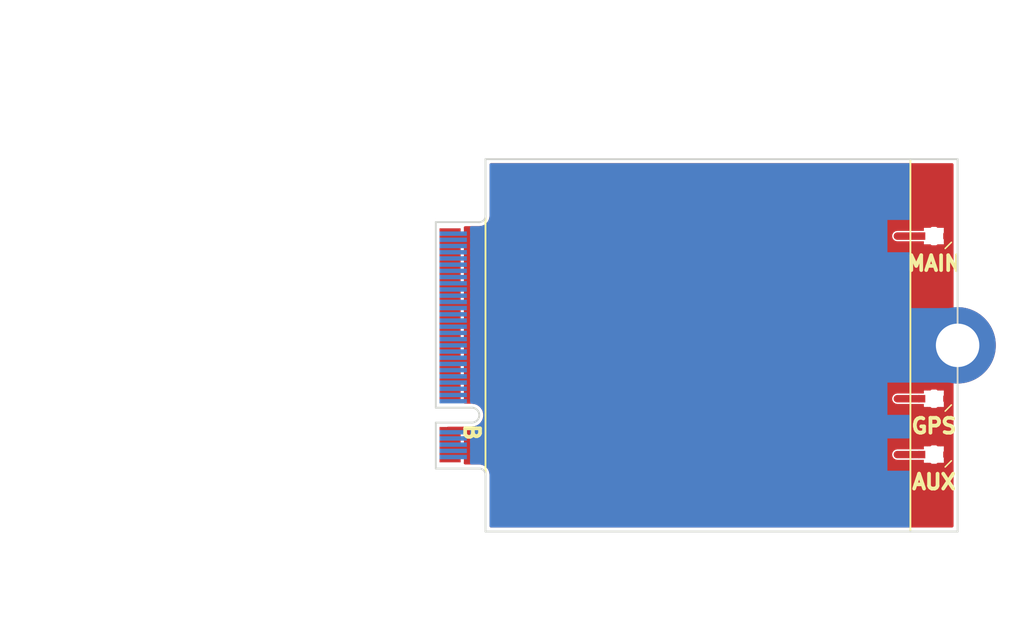
<source format=kicad_pcb>
(kicad_pcb (version 4) (host pcbnew 4.0.7)

  (general
    (links 72)
    (no_connects 4)
    (area 84.07143 67.25 166.375 117.625)
    (thickness 1.6)
    (drawings 24)
    (tracks 39)
    (zones 0)
    (modules 5)
    (nets 57)
  )

  (page A4)
  (title_block
    (title "M.2 SIMCom 7100")
    (date 2018-03-15)
    (rev 0.5.0)
    (company "Purism SPC")
    (comment 1 "Copyright 2018")
    (comment 2 "GNU GPLv3")
  )

  (layers
    (0 F.Cu signal)
    (31 B.Cu signal)
    (32 B.Adhes user)
    (33 F.Adhes user)
    (34 B.Paste user)
    (35 F.Paste user)
    (36 B.SilkS user)
    (37 F.SilkS user)
    (38 B.Mask user)
    (39 F.Mask user)
    (40 Dwgs.User user)
    (41 Cmts.User user)
    (42 Eco1.User user)
    (43 Eco2.User user)
    (44 Edge.Cuts user)
    (45 Margin user)
    (46 B.CrtYd user)
    (47 F.CrtYd user)
    (48 B.Fab user)
    (49 F.Fab user)
  )

  (setup
    (last_trace_width 0.25)
    (user_trace_width 0.1524)
    (user_trace_width 0.6)
    (trace_clearance 0.15)
    (zone_clearance 0.25)
    (zone_45_only yes)
    (trace_min 0.1524)
    (segment_width 0.2)
    (edge_width 0.15)
    (via_size 0.6)
    (via_drill 0.4)
    (via_min_size 0.508)
    (via_min_drill 0.254)
    (user_via 0.508 0.254)
    (uvia_size 0.3)
    (uvia_drill 0.1)
    (uvias_allowed no)
    (uvia_min_size 0.2)
    (uvia_min_drill 0.1)
    (pcb_text_width 0.3)
    (pcb_text_size 1.5 1.5)
    (mod_edge_width 0.15)
    (mod_text_size 1 1)
    (mod_text_width 0.15)
    (pad_size 0.6 0.55)
    (pad_drill 0)
    (pad_to_mask_clearance 0.2)
    (aux_axis_origin 0 0)
    (visible_elements FFFEFF7F)
    (pcbplotparams
      (layerselection 0x010fc_80000001)
      (usegerberextensions true)
      (excludeedgelayer true)
      (linewidth 0.100000)
      (plotframeref false)
      (viasonmask false)
      (mode 1)
      (useauxorigin false)
      (hpglpennumber 1)
      (hpglpenspeed 20)
      (hpglpendiameter 15)
      (hpglpenoverlay 2)
      (psnegative false)
      (psa4output false)
      (plotreference true)
      (plotvalue true)
      (plotinvisibletext false)
      (padsonsilk false)
      (subtractmaskfromsilk false)
      (outputformat 1)
      (mirror false)
      (drillshape 0)
      (scaleselection 1)
      (outputdirectory gerbers/))
  )

  (net 0 "")
  (net 1 /CONFIG_3)
  (net 2 GND)
  (net 3 /USB_D+)
  (net 4 /USB_D-)
  (net 5 /CONFIG_0)
  (net 6 /GPIO_11)
  (net 7 /GPIO_12)
  (net 8 /PERn1/USB3.0-Rx-/SSIC-RxN)
  (net 9 /PERp1/USB3.0-Rx+/SSIC-RxP)
  (net 10 /PETn1/USB3.0-Tx-/SSIC-TxN)
  (net 11 /PETp1/USB3.0-Tx+/SSIC-TxP)
  (net 12 /PERn0/SATA-B+)
  (net 13 /PERp0/SATA-B-)
  (net 14 /PETn0/SATA-A-)
  (net 15 /PETp0/SATA-A+)
  (net 16 /REFCLKN)
  (net 17 /REFCLKP)
  (net 18 /ANTCTL0)
  (net 19 /ANTCTL1)
  (net 20 /ANTCTL2)
  (net 21 /ANTCTL3)
  (net 22 /~Reset)
  (net 23 /CONFIG_1)
  (net 24 /CONFIG_2)
  (net 25 +3V3)
  (net 26 /~Full_Card_Power_Off)
  (net 27 /~W_DISABLE1)
  (net 28 /GPIO_9/DAS/~DSS)
  (net 29 /GPIO_5)
  (net 30 /GPIO_6)
  (net 31 /GPIO_7)
  (net 32 /GPIO_10)
  (net 33 /GPIO_8)
  (net 34 /UIM-RESET)
  (net 35 /UIM-CLK)
  (net 36 /UIM-DATA)
  (net 37 /UIM-PWR)
  (net 38 /DEVSLP)
  (net 39 /GPIO_0)
  (net 40 /GPIO_1)
  (net 41 /GPIO_2)
  (net 42 /GPIO_3)
  (net 43 /GPIO_4)
  (net 44 /~PERST)
  (net 45 /~CLKREQ)
  (net 46 /~PEWake)
  (net 47 "Net-(J1-Pad56)")
  (net 48 "Net-(J1-Pad58)")
  (net 49 /COEX3)
  (net 50 /COEX2)
  (net 51 /COEX1)
  (net 52 /SIM_Detect)
  (net 53 /SUSCLK)
  (net 54 /AUX)
  (net 55 /GPS)
  (net 56 /MAIN)

  (net_class Default "This is the default net class."
    (clearance 0.15)
    (trace_width 0.25)
    (via_dia 0.6)
    (via_drill 0.4)
    (uvia_dia 0.3)
    (uvia_drill 0.1)
    (add_net +3V3)
    (add_net /ANTCTL0)
    (add_net /ANTCTL1)
    (add_net /ANTCTL2)
    (add_net /ANTCTL3)
    (add_net /COEX1)
    (add_net /COEX2)
    (add_net /COEX3)
    (add_net /CONFIG_0)
    (add_net /CONFIG_1)
    (add_net /CONFIG_2)
    (add_net /CONFIG_3)
    (add_net /DEVSLP)
    (add_net /GPIO_0)
    (add_net /GPIO_1)
    (add_net /GPIO_10)
    (add_net /GPIO_11)
    (add_net /GPIO_12)
    (add_net /GPIO_2)
    (add_net /GPIO_3)
    (add_net /GPIO_4)
    (add_net /GPIO_5)
    (add_net /GPIO_6)
    (add_net /GPIO_7)
    (add_net /GPIO_8)
    (add_net /GPIO_9/DAS/~DSS)
    (add_net /PERn0/SATA-B+)
    (add_net /PERn1/USB3.0-Rx-/SSIC-RxN)
    (add_net /PERp0/SATA-B-)
    (add_net /PERp1/USB3.0-Rx+/SSIC-RxP)
    (add_net /PETn0/SATA-A-)
    (add_net /PETn1/USB3.0-Tx-/SSIC-TxN)
    (add_net /PETp0/SATA-A+)
    (add_net /PETp1/USB3.0-Tx+/SSIC-TxP)
    (add_net /REFCLKN)
    (add_net /REFCLKP)
    (add_net /SIM_Detect)
    (add_net /SUSCLK)
    (add_net /UIM-CLK)
    (add_net /UIM-DATA)
    (add_net /UIM-PWR)
    (add_net /UIM-RESET)
    (add_net /USB_D+)
    (add_net /USB_D-)
    (add_net /~CLKREQ)
    (add_net /~Full_Card_Power_Off)
    (add_net /~PERST)
    (add_net /~PEWake)
    (add_net /~Reset)
    (add_net /~W_DISABLE1)
    (add_net GND)
    (add_net "Net-(J1-Pad56)")
    (add_net "Net-(J1-Pad58)")
  )

  (net_class Antennae ""
    (clearance 0.12)
    (trace_width 0.25)
    (via_dia 0.6)
    (via_drill 0.4)
    (uvia_dia 0.3)
    (uvia_drill 0.1)
    (add_net /AUX)
    (add_net /GPS)
    (add_net /MAIN)
  )

  (module m2_key_b_3042:M.2_Key_B_Gold_Fingers (layer F.Cu) (tedit 5AA962DE) (tstamp 5AA74EB9)
    (at 120 95 270)
    (path /5AA6E568)
    (solder_mask_margin 0.075)
    (fp_text reference J1 (at 0 -2.25 270) (layer F.SilkS) hide
      (effects (font (size 1 1) (thickness 0.15)))
    )
    (fp_text value M.2_Key_B (at 0 -4.5 270) (layer F.Fab)
      (effects (font (size 1 1) (thickness 0.15)))
    )
    (fp_text user "therefore: 1.7mm height top, 2.2mm height bot" (at 0 -6.5 270) (layer Eco1.User) hide
      (effects (font (size 1 1) (thickness 0.15)))
    )
    (fp_text user "Figure 15 - edge of PCB to close edge of pad 0.3 mm top & bot" (at 0 -8.5 270) (layer Eco1.User) hide
      (effects (font (size 1 1) (thickness 0.15)))
    )
    (fp_text user "          - agrees with figures 16 and 17" (at -9.25 -10.5 270) (layer Eco1.User) hide
      (effects (font (size 1 1) (thickness 0.15)))
    )
    (fp_text user "Figure 97 - edge of PCB to far edge of pad 2.0mm top 2.5mm bot" (at 0 -12 270) (layer Eco1.User) hide
      (effects (font (size 1 1) (thickness 0.15)))
    )
    (fp_text user "spacing: 0.15mm" (at 0 -15 270) (layer Eco1.User) hide
      (effects (font (size 1 1) (thickness 0.15)))
    )
    (fp_text user "pitch: 0.5mm" (at 0 -17 270) (layer Eco1.User) hide
      (effects (font (size 1 1) (thickness 0.15)))
    )
    (fp_text user "height: 1.7mm top (odd), 2.2mm height bot (even)" (at 0 -19 270) (layer Eco1.User) hide
      (effects (font (size 1 1) (thickness 0.15)))
    )
    (fp_text user "width: 0.35mm" (at 0 -21 270) (layer Eco1.User) hide
      (effects (font (size 1 1) (thickness 0.15)))
    )
    (fp_text user "Dimensions of pins:" (at 0 -23 270) (layer Eco1.User) hide
      (effects (font (size 1 1) (thickness 0.15)))
    )
    (fp_text user "Since the pin height isn't explicity given anywhere, it needed to be ascertained" (at 0 -25 270) (layer Eco1.User) hide
      (effects (font (size 1 1) (thickness 0.15)))
    )
    (pad 1 smd rect (at 9.25 0 180) (size 1.7 0.35) (layers F.Cu F.Mask)
      (net 1 /CONFIG_3))
    (pad 3 smd rect (at 8.75 0 180) (size 1.7 0.35) (layers F.Cu F.Mask)
      (net 2 GND))
    (pad 5 smd rect (at 8.25 0 180) (size 1.7 0.35) (layers F.Cu F.Mask)
      (net 2 GND))
    (pad 7 smd rect (at 7.75 0 180) (size 1.7 0.35) (layers F.Cu F.Mask)
      (net 3 /USB_D+))
    (pad 9 smd rect (at 7.25 0 180) (size 1.7 0.35) (layers F.Cu F.Mask)
      (net 4 /USB_D-))
    (pad 11 smd rect (at 6.75 0 180) (size 1.7 0.35) (layers F.Cu F.Mask)
      (net 2 GND))
    (pad 21 smd rect (at 4.25 0 180) (size 1.7 0.35) (layers F.Cu F.Mask)
      (net 5 /CONFIG_0))
    (pad 23 smd rect (at 3.75 0 180) (size 1.7 0.35) (layers F.Cu F.Mask)
      (net 6 /GPIO_11))
    (pad 25 smd rect (at 3.25 0 180) (size 1.7 0.35) (layers F.Cu F.Mask)
      (net 7 /GPIO_12))
    (pad 27 smd rect (at 2.75 0 180) (size 1.7 0.35) (layers F.Cu F.Mask)
      (net 2 GND))
    (pad 29 smd rect (at 2.25 0 180) (size 1.7 0.35) (layers F.Cu F.Mask)
      (net 8 /PERn1/USB3.0-Rx-/SSIC-RxN))
    (pad 31 smd rect (at 1.75 0 180) (size 1.7 0.35) (layers F.Cu F.Mask)
      (net 9 /PERp1/USB3.0-Rx+/SSIC-RxP))
    (pad 33 smd rect (at 1.25 0 180) (size 1.7 0.35) (layers F.Cu F.Mask)
      (net 2 GND))
    (pad 35 smd rect (at 0.75 0 180) (size 1.7 0.35) (layers F.Cu F.Mask)
      (net 10 /PETn1/USB3.0-Tx-/SSIC-TxN))
    (pad 37 smd rect (at 0.25 0 180) (size 1.7 0.35) (layers F.Cu F.Mask)
      (net 11 /PETp1/USB3.0-Tx+/SSIC-TxP))
    (pad 39 smd rect (at -0.25 0 180) (size 1.7 0.35) (layers F.Cu F.Mask)
      (net 2 GND))
    (pad 41 smd rect (at -0.75 0 180) (size 1.7 0.35) (layers F.Cu F.Mask)
      (net 12 /PERn0/SATA-B+))
    (pad 43 smd rect (at -1.25 0 180) (size 1.7 0.35) (layers F.Cu F.Mask)
      (net 13 /PERp0/SATA-B-))
    (pad 45 smd rect (at -1.75 0 180) (size 1.7 0.35) (layers F.Cu F.Mask)
      (net 2 GND))
    (pad 47 smd rect (at -2.25 0 180) (size 1.7 0.35) (layers F.Cu F.Mask)
      (net 14 /PETn0/SATA-A-))
    (pad 49 smd rect (at -2.75 0 180) (size 1.7 0.35) (layers F.Cu F.Mask)
      (net 15 /PETp0/SATA-A+))
    (pad 51 smd rect (at -3.25 0 180) (size 1.7 0.35) (layers F.Cu F.Mask)
      (net 2 GND))
    (pad 53 smd rect (at -3.75 0 180) (size 1.7 0.35) (layers F.Cu F.Mask)
      (net 16 /REFCLKN))
    (pad 55 smd rect (at -4.25 0 180) (size 1.7 0.35) (layers F.Cu F.Mask)
      (net 17 /REFCLKP))
    (pad 57 smd rect (at -4.75 0 180) (size 1.7 0.35) (layers F.Cu F.Mask)
      (net 2 GND))
    (pad 59 smd rect (at -5.25 0 180) (size 1.7 0.35) (layers F.Cu F.Mask)
      (net 18 /ANTCTL0))
    (pad 61 smd rect (at -5.75 0 180) (size 1.7 0.35) (layers F.Cu F.Mask)
      (net 19 /ANTCTL1))
    (pad 63 smd rect (at -6.25 0 180) (size 1.7 0.35) (layers F.Cu F.Mask)
      (net 20 /ANTCTL2))
    (pad 65 smd rect (at -6.75 0 180) (size 1.7 0.35) (layers F.Cu F.Mask)
      (net 21 /ANTCTL3))
    (pad 67 smd rect (at -7.25 0 180) (size 1.7 0.35) (layers F.Cu F.Mask)
      (net 22 /~Reset))
    (pad 69 smd rect (at -7.75 0 180) (size 1.7 0.35) (layers F.Cu F.Mask)
      (net 23 /CONFIG_1))
    (pad 71 smd rect (at -8.25 0 180) (size 1.7 0.35) (layers F.Cu F.Mask)
      (net 2 GND))
    (pad 73 smd rect (at -8.75 0 180) (size 1.7 0.35) (layers F.Cu F.Mask)
      (net 2 GND))
    (pad 75 smd rect (at -9.25 0 180) (size 1.7 0.35) (layers F.Cu F.Mask)
      (net 24 /CONFIG_2))
    (pad 2 smd rect (at 9 -0.25 180) (size 2.2 0.35) (layers B.Cu B.Mask)
      (net 25 +3V3))
    (pad 4 smd rect (at 8.5 -0.25 180) (size 2.2 0.35) (layers B.Cu B.Mask)
      (net 25 +3V3))
    (pad 6 smd rect (at 8 -0.25 180) (size 2.2 0.35) (layers B.Cu B.Mask)
      (net 26 /~Full_Card_Power_Off))
    (pad 8 smd rect (at 7.5 -0.25 180) (size 2.2 0.35) (layers B.Cu B.Mask)
      (net 27 /~W_DISABLE1))
    (pad 10 smd rect (at 7 -0.25 180) (size 2.2 0.35) (layers B.Cu B.Mask)
      (net 28 /GPIO_9/DAS/~DSS))
    (pad 20 smd rect (at 4.5 -0.25 180) (size 2.2 0.35) (layers B.Cu B.Mask)
      (net 29 /GPIO_5))
    (pad 22 smd rect (at 4 -0.25 180) (size 2.2 0.35) (layers B.Cu B.Mask)
      (net 30 /GPIO_6))
    (pad 24 smd rect (at 3.5 -0.25 180) (size 2.2 0.35) (layers B.Cu B.Mask)
      (net 31 /GPIO_7))
    (pad 26 smd rect (at 3 -0.25 180) (size 2.2 0.35) (layers B.Cu B.Mask)
      (net 32 /GPIO_10))
    (pad 28 smd rect (at 2.5 -0.25 180) (size 2.2 0.35) (layers B.Cu B.Mask)
      (net 33 /GPIO_8))
    (pad 30 smd rect (at 2 -0.25 180) (size 2.2 0.35) (layers B.Cu B.Mask)
      (net 34 /UIM-RESET))
    (pad 32 smd rect (at 1.5 -0.25 180) (size 2.2 0.35) (layers B.Cu B.Mask)
      (net 35 /UIM-CLK))
    (pad 34 smd rect (at 1 -0.25 180) (size 2.2 0.35) (layers B.Cu B.Mask)
      (net 36 /UIM-DATA))
    (pad 36 smd rect (at 0.5 -0.25 180) (size 2.2 0.35) (layers B.Cu B.Mask)
      (net 37 /UIM-PWR))
    (pad 38 smd rect (at 0 -0.25 180) (size 2.2 0.35) (layers B.Cu B.Mask)
      (net 38 /DEVSLP))
    (pad 40 smd rect (at -0.5 -0.25 180) (size 2.2 0.35) (layers B.Cu B.Mask)
      (net 39 /GPIO_0))
    (pad 42 smd rect (at -1 -0.25 180) (size 2.2 0.35) (layers B.Cu B.Mask)
      (net 40 /GPIO_1))
    (pad 44 smd rect (at -1.5 -0.25 180) (size 2.2 0.35) (layers B.Cu B.Mask)
      (net 41 /GPIO_2))
    (pad 46 smd rect (at -2 -0.25 180) (size 2.2 0.35) (layers B.Cu B.Mask)
      (net 42 /GPIO_3))
    (pad 48 smd rect (at -2.5 -0.25 180) (size 2.2 0.35) (layers B.Cu B.Mask)
      (net 43 /GPIO_4))
    (pad 50 smd rect (at -3 -0.25 180) (size 2.2 0.35) (layers B.Cu B.Mask)
      (net 44 /~PERST))
    (pad 52 smd rect (at -3.5 -0.25 180) (size 2.2 0.35) (layers B.Cu B.Mask)
      (net 45 /~CLKREQ))
    (pad 54 smd rect (at -4 -0.25 180) (size 2.2 0.35) (layers B.Cu B.Mask)
      (net 46 /~PEWake))
    (pad 56 smd rect (at -4.5 -0.25 180) (size 2.2 0.35) (layers B.Cu B.Mask)
      (net 47 "Net-(J1-Pad56)"))
    (pad 58 smd rect (at -5 -0.25 180) (size 2.2 0.35) (layers B.Cu B.Mask)
      (net 48 "Net-(J1-Pad58)"))
    (pad 60 smd rect (at -5.5 -0.25 180) (size 2.2 0.35) (layers B.Cu B.Mask)
      (net 49 /COEX3))
    (pad 62 smd rect (at -6 -0.25 180) (size 2.2 0.35) (layers B.Cu B.Mask)
      (net 50 /COEX2))
    (pad 64 smd rect (at -6.5 -0.25 180) (size 2.2 0.35) (layers B.Cu B.Mask)
      (net 51 /COEX1))
    (pad 66 smd rect (at -7 -0.25 180) (size 2.2 0.35) (layers B.Cu B.Mask)
      (net 52 /SIM_Detect))
    (pad 68 smd rect (at -7.5 -0.25 180) (size 2.2 0.35) (layers B.Cu B.Mask)
      (net 53 /SUSCLK))
    (pad 70 smd rect (at -8 -0.25 180) (size 2.2 0.35) (layers B.Cu B.Mask)
      (net 25 +3V3))
    (pad 72 smd rect (at -8.5 -0.25 180) (size 2.2 0.35) (layers B.Cu B.Mask)
      (net 25 +3V3))
    (pad 74 smd rect (at -9 -0.25 180) (size 2.2 0.35) (layers B.Cu B.Mask)
      (net 25 +3V3))
  )

  (module m2_key_b_3042:MHF4_20449-001E (layer F.Cu) (tedit 5AABE104) (tstamp 5AA9DF18)
    (at 158.95 99.3 270)
    (path /5AA9D4DD)
    (solder_mask_margin 0.000001)
    (attr smd)
    (fp_text reference ANT2 (at 0 5 270) (layer F.SilkS) hide
      (effects (font (size 1 1) (thickness 0.15)))
    )
    (fp_text value Conn_Coaxial (at 0 -5 270) (layer F.Fab)
      (effects (font (size 1 1) (thickness 0.15)))
    )
    (fp_line (start 1 -0.9) (end 0.5 -1.4) (layer F.SilkS) (width 0.12))
    (pad 2 smd rect (at -1 0 270) (size 0.5 1.58) (layers F.Cu F.Paste F.Mask)
      (net 2 GND) (zone_connect 2))
    (pad 2 smd rect (at 1 0 270) (size 0.5 1.58) (layers F.Cu F.Paste F.Mask)
      (net 2 GND) (zone_connect 2))
    (pad 2 smd rect (at 0 -1 270) (size 0.5 0.5) (layers F.Cu F.Paste F.Mask)
      (net 2 GND) (zone_connect 2))
    (pad 1 smd rect (at 0 0.975 270) (size 0.6 0.55) (layers F.Cu F.Paste F.Mask)
      (net 55 /GPS) (solder_mask_margin 0.095) (clearance 0.11))
    (pad 2 smd trapezoid (at -0.71 -0.53 270) (size 0.08 0.52) (layers F.Cu F.Paste F.Mask)
      (net 2 GND) (zone_connect 2))
    (pad 2 smd trapezoid (at -0.73 -0.25 315) (size 0.056569 0.056569) (rect_delta 0 0.056568 ) (layers F.Cu F.Paste F.Mask)
      (net 2 GND) (zone_connect 2))
    (pad 2 smd trapezoid (at -0.73 0.25 45) (size 0.056569 0.056569) (rect_delta 0 0.056568 ) (layers F.Cu F.Paste F.Mask)
      (net 2 GND) (zone_connect 2))
    (pad 2 smd trapezoid (at -0.71 0.53 270) (size 0.08 0.52) (layers F.Cu F.Paste F.Mask)
      (net 2 GND) (zone_connect 2))
    (pad 2 smd trapezoid (at 0.71 -0.53 270) (size 0.08 0.52) (layers F.Cu F.Paste F.Mask)
      (net 2 GND) (zone_connect 2))
    (pad 2 smd trapezoid (at 0.73 0.25 135) (size 0.056569 0.056569) (rect_delta 0 0.056568 ) (layers F.Cu F.Paste F.Mask)
      (net 2 GND) (zone_connect 2))
    (pad 2 smd trapezoid (at 0.73 -0.25 225) (size 0.056569 0.056569) (rect_delta 0 0.056568 ) (layers F.Cu F.Paste F.Mask)
      (net 2 GND) (zone_connect 2))
    (pad 2 smd trapezoid (at 0.71 0.53 270) (size 0.08 0.52) (layers F.Cu F.Paste F.Mask)
      (net 2 GND) (zone_connect 2))
    (pad 2 smd trapezoid (at -0.73 -0.39 270) (size 0.06 0.3) (layers F.Cu F.Paste F.Mask)
      (net 2 GND) (zone_connect 2))
    (pad 2 smd trapezoid (at -0.73 0.39 270) (size 0.06 0.3) (layers F.Cu F.Paste F.Mask)
      (net 2 GND) (zone_connect 2))
    (pad 2 smd trapezoid (at -0.96 0.53) (size 0.06 0.58) (layers F.Cu F.Paste F.Mask)
      (net 2 GND) (zone_connect 2))
    (pad 2 smd trapezoid (at 0.96 -0.53) (size 0.06 0.58) (layers F.Cu F.Paste F.Mask)
      (net 2 GND) (zone_connect 2))
    (pad 2 smd trapezoid (at -0.96 -0.53) (size 0.06 0.58) (layers F.Cu F.Paste F.Mask)
      (net 2 GND) (zone_connect 2))
    (pad 2 smd trapezoid (at 0.96 0.53) (size 0.06 0.58) (layers F.Cu F.Paste F.Mask)
      (net 2 GND) (zone_connect 2))
    (pad 2 smd trapezoid (at 0.73 -0.39 270) (size 0.06 0.3) (layers F.Cu F.Paste F.Mask)
      (net 2 GND) (zone_connect 2))
    (pad 2 smd trapezoid (at 0.73 0.39 270) (size 0.06 0.3) (layers F.Cu F.Paste F.Mask)
      (net 2 GND) (zone_connect 2))
  )

  (module m2_key_b_3042:MHF4_20449-001E (layer F.Cu) (tedit 5AABE104) (tstamp 5AA9DF08)
    (at 158.95 103.8 270)
    (path /5AA9D3C4)
    (solder_mask_margin 0.000001)
    (attr smd)
    (fp_text reference ANT1 (at 0 5 270) (layer F.SilkS) hide
      (effects (font (size 1 1) (thickness 0.15)))
    )
    (fp_text value Conn_Coaxial (at 0 -5 270) (layer F.Fab)
      (effects (font (size 1 1) (thickness 0.15)))
    )
    (fp_line (start 1 -0.9) (end 0.5 -1.4) (layer F.SilkS) (width 0.12))
    (pad 2 smd rect (at -1 0 270) (size 0.5 1.58) (layers F.Cu F.Paste F.Mask)
      (net 2 GND) (zone_connect 2))
    (pad 2 smd rect (at 1 0 270) (size 0.5 1.58) (layers F.Cu F.Paste F.Mask)
      (net 2 GND) (zone_connect 2))
    (pad 2 smd rect (at 0 -1 270) (size 0.5 0.5) (layers F.Cu F.Paste F.Mask)
      (net 2 GND) (zone_connect 2))
    (pad 1 smd rect (at 0 0.975 270) (size 0.6 0.55) (layers F.Cu F.Paste F.Mask)
      (net 54 /AUX) (solder_mask_margin 0.095) (clearance 0.11))
    (pad 2 smd trapezoid (at -0.71 -0.53 270) (size 0.08 0.52) (layers F.Cu F.Paste F.Mask)
      (net 2 GND) (zone_connect 2))
    (pad 2 smd trapezoid (at -0.73 -0.25 315) (size 0.056569 0.056569) (rect_delta 0 0.056568 ) (layers F.Cu F.Paste F.Mask)
      (net 2 GND) (zone_connect 2))
    (pad 2 smd trapezoid (at -0.73 0.25 45) (size 0.056569 0.056569) (rect_delta 0 0.056568 ) (layers F.Cu F.Paste F.Mask)
      (net 2 GND) (zone_connect 2))
    (pad 2 smd trapezoid (at -0.71 0.53 270) (size 0.08 0.52) (layers F.Cu F.Paste F.Mask)
      (net 2 GND) (zone_connect 2))
    (pad 2 smd trapezoid (at 0.71 -0.53 270) (size 0.08 0.52) (layers F.Cu F.Paste F.Mask)
      (net 2 GND) (zone_connect 2))
    (pad 2 smd trapezoid (at 0.73 0.25 135) (size 0.056569 0.056569) (rect_delta 0 0.056568 ) (layers F.Cu F.Paste F.Mask)
      (net 2 GND) (zone_connect 2))
    (pad 2 smd trapezoid (at 0.73 -0.25 225) (size 0.056569 0.056569) (rect_delta 0 0.056568 ) (layers F.Cu F.Paste F.Mask)
      (net 2 GND) (zone_connect 2))
    (pad 2 smd trapezoid (at 0.71 0.53 270) (size 0.08 0.52) (layers F.Cu F.Paste F.Mask)
      (net 2 GND) (zone_connect 2))
    (pad 2 smd trapezoid (at -0.73 -0.39 270) (size 0.06 0.3) (layers F.Cu F.Paste F.Mask)
      (net 2 GND) (zone_connect 2))
    (pad 2 smd trapezoid (at -0.73 0.39 270) (size 0.06 0.3) (layers F.Cu F.Paste F.Mask)
      (net 2 GND) (zone_connect 2))
    (pad 2 smd trapezoid (at -0.96 0.53) (size 0.06 0.58) (layers F.Cu F.Paste F.Mask)
      (net 2 GND) (zone_connect 2))
    (pad 2 smd trapezoid (at 0.96 -0.53) (size 0.06 0.58) (layers F.Cu F.Paste F.Mask)
      (net 2 GND) (zone_connect 2))
    (pad 2 smd trapezoid (at -0.96 -0.53) (size 0.06 0.58) (layers F.Cu F.Paste F.Mask)
      (net 2 GND) (zone_connect 2))
    (pad 2 smd trapezoid (at 0.96 0.53) (size 0.06 0.58) (layers F.Cu F.Paste F.Mask)
      (net 2 GND) (zone_connect 2))
    (pad 2 smd trapezoid (at 0.73 -0.39 270) (size 0.06 0.3) (layers F.Cu F.Paste F.Mask)
      (net 2 GND) (zone_connect 2))
    (pad 2 smd trapezoid (at 0.73 0.39 270) (size 0.06 0.3) (layers F.Cu F.Paste F.Mask)
      (net 2 GND) (zone_connect 2))
  )

  (module m2_key_b_3042:MHF4_20449-001E (layer F.Cu) (tedit 5AABE104) (tstamp 5AA9DF28)
    (at 158.95 86.2 270)
    (path /5AA9D54E)
    (solder_mask_margin 0.000001)
    (attr smd)
    (fp_text reference ANT4 (at 0 5 270) (layer F.SilkS) hide
      (effects (font (size 1 1) (thickness 0.15)))
    )
    (fp_text value Conn_Coaxial (at 0 -5 270) (layer F.Fab)
      (effects (font (size 1 1) (thickness 0.15)))
    )
    (fp_line (start 1 -0.9) (end 0.5 -1.4) (layer F.SilkS) (width 0.12))
    (pad 2 smd rect (at -1 0 270) (size 0.5 1.58) (layers F.Cu F.Paste F.Mask)
      (net 2 GND) (zone_connect 2))
    (pad 2 smd rect (at 1 0 270) (size 0.5 1.58) (layers F.Cu F.Paste F.Mask)
      (net 2 GND) (zone_connect 2))
    (pad 2 smd rect (at 0 -1 270) (size 0.5 0.5) (layers F.Cu F.Paste F.Mask)
      (net 2 GND) (zone_connect 2))
    (pad 1 smd rect (at 0 0.975 270) (size 0.6 0.55) (layers F.Cu F.Paste F.Mask)
      (net 56 /MAIN) (solder_mask_margin 0.095) (clearance 0.11))
    (pad 2 smd trapezoid (at -0.71 -0.53 270) (size 0.08 0.52) (layers F.Cu F.Paste F.Mask)
      (net 2 GND) (zone_connect 2))
    (pad 2 smd trapezoid (at -0.73 -0.25 315) (size 0.056569 0.056569) (rect_delta 0 0.056568 ) (layers F.Cu F.Paste F.Mask)
      (net 2 GND) (zone_connect 2))
    (pad 2 smd trapezoid (at -0.73 0.25 45) (size 0.056569 0.056569) (rect_delta 0 0.056568 ) (layers F.Cu F.Paste F.Mask)
      (net 2 GND) (zone_connect 2))
    (pad 2 smd trapezoid (at -0.71 0.53 270) (size 0.08 0.52) (layers F.Cu F.Paste F.Mask)
      (net 2 GND) (zone_connect 2))
    (pad 2 smd trapezoid (at 0.71 -0.53 270) (size 0.08 0.52) (layers F.Cu F.Paste F.Mask)
      (net 2 GND) (zone_connect 2))
    (pad 2 smd trapezoid (at 0.73 0.25 135) (size 0.056569 0.056569) (rect_delta 0 0.056568 ) (layers F.Cu F.Paste F.Mask)
      (net 2 GND) (zone_connect 2))
    (pad 2 smd trapezoid (at 0.73 -0.25 225) (size 0.056569 0.056569) (rect_delta 0 0.056568 ) (layers F.Cu F.Paste F.Mask)
      (net 2 GND) (zone_connect 2))
    (pad 2 smd trapezoid (at 0.71 0.53 270) (size 0.08 0.52) (layers F.Cu F.Paste F.Mask)
      (net 2 GND) (zone_connect 2))
    (pad 2 smd trapezoid (at -0.73 -0.39 270) (size 0.06 0.3) (layers F.Cu F.Paste F.Mask)
      (net 2 GND) (zone_connect 2))
    (pad 2 smd trapezoid (at -0.73 0.39 270) (size 0.06 0.3) (layers F.Cu F.Paste F.Mask)
      (net 2 GND) (zone_connect 2))
    (pad 2 smd trapezoid (at -0.96 0.53) (size 0.06 0.58) (layers F.Cu F.Paste F.Mask)
      (net 2 GND) (zone_connect 2))
    (pad 2 smd trapezoid (at 0.96 -0.53) (size 0.06 0.58) (layers F.Cu F.Paste F.Mask)
      (net 2 GND) (zone_connect 2))
    (pad 2 smd trapezoid (at -0.96 -0.53) (size 0.06 0.58) (layers F.Cu F.Paste F.Mask)
      (net 2 GND) (zone_connect 2))
    (pad 2 smd trapezoid (at 0.96 0.53) (size 0.06 0.58) (layers F.Cu F.Paste F.Mask)
      (net 2 GND) (zone_connect 2))
    (pad 2 smd trapezoid (at 0.73 -0.39 270) (size 0.06 0.3) (layers F.Cu F.Paste F.Mask)
      (net 2 GND) (zone_connect 2))
    (pad 2 smd trapezoid (at 0.73 0.39 270) (size 0.06 0.3) (layers F.Cu F.Paste F.Mask)
      (net 2 GND) (zone_connect 2))
  )

  (module m2_key_b_3042:M.2_Mounting_Hole (layer F.Cu) (tedit 5AABE30C) (tstamp 5AAF8C89)
    (at 160.85 95 90)
    (descr "Mounting Hole 3.5mm")
    (tags "mounting hole 3.5mm")
    (solder_mask_margin -1.25)
    (fp_text reference REF** (at 0 -4.5 90) (layer F.SilkS) hide
      (effects (font (size 1 1) (thickness 0.15)))
    )
    (fp_text value MountingHole_3.5mm_Pad (at 0 4.5 90) (layer F.Fab)
      (effects (font (size 1 1) (thickness 0.15)))
    )
    (fp_arc (start 0 0) (end -2.25 0) (angle 180) (layer F.Mask) (width 1))
    (fp_arc (start 0 -1) (end -2.375 -1) (angle 180) (layer B.Mask) (width 1.25))
    (fp_line (start -2.375 -1) (end -2.375 0) (layer B.Mask) (width 1.25))
    (fp_line (start 2.375 -1) (end 2.375 0) (layer B.Mask) (width 1.25))
    (fp_arc (start 0 0) (end -2.25 0) (angle 180) (layer B.Mask) (width 1))
    (pad 1 thru_hole circle (at 0 0 90) (size 6.15 6.15) (drill 3.5) (layers *.Cu *.Mask)
      (net 2 GND) (zone_connect 2))
  )

  (gr_text "Check Table 50. Signal Integrity Parameters\nFor Routing" (at 140 115) (layer Eco1.User)
    (effects (font (size 1.5 1.5) (thickness 0.3)))
  )
  (gr_text MAIN (at 158.95 88.4) (layer F.SilkS)
    (effects (font (size 1.2 1.2) (thickness 0.3)))
  )
  (gr_text AUX (at 158.95 106) (layer F.SilkS)
    (effects (font (size 1.2 1.2) (thickness 0.3)))
  )
  (gr_text GPS (at 158.95 101.5) (layer F.SilkS)
    (effects (font (size 1.2 1.2) (thickness 0.3)))
  )
  (gr_text "3042 typically 8 layers with 1oz copper" (at 140 76) (layer Eco1.User)
    (effects (font (size 1.5 1.5) (thickness 0.3)))
  )
  (gr_line (start 157.05 80) (end 157.05 110) (layer F.SilkS) (width 0.15))
  (gr_line (start 122.85 84.575) (end 122.85 105.425) (layer F.SilkS) (width 0.15))
  (gr_text B (at 121.75 102 270) (layer F.SilkS)
    (effects (font (size 1.2 1.2) (thickness 0.3)))
  )
  (gr_text "Reference 2.3.2.1\nTin Can can only be MAX 1.5mm thick?\nBoard must be 0.8mm thick" (at 140 71) (layer Eco1.User)
    (effects (font (size 1.5 1.5) (thickness 0.3)))
  )
  (gr_text "Edge needs to be bevelled?" (at 100 93) (layer Eco1.User)
    (effects (font (size 1.5 1.5) (thickness 0.3)))
  )
  (gr_line (start 122.85 110) (end 160.85 110) (layer Edge.Cuts) (width 0.15))
  (gr_line (start 160.85 80) (end 122.85 80) (layer Edge.Cuts) (width 0.15))
  (gr_arc (start 122.35 84.575) (end 122.85 84.575) (angle 90) (layer Edge.Cuts) (width 0.15))
  (gr_arc (start 122.35 105.425) (end 122.35 104.925) (angle 90) (layer Edge.Cuts) (width 0.15))
  (gr_line (start 122.85 84.575) (end 122.85 80) (layer Edge.Cuts) (width 0.15))
  (gr_line (start 122.85 105.425) (end 122.85 110) (layer Edge.Cuts) (width 0.15))
  (gr_arc (start 121.75 100.625) (end 121.75 100.025) (angle 180) (layer Edge.Cuts) (width 0.15))
  (gr_line (start 122.35 104.925) (end 118.85 104.925) (layer Edge.Cuts) (width 0.15))
  (gr_line (start 160.85 80) (end 160.85 110) (layer Edge.Cuts) (width 0.15))
  (gr_line (start 118.85 85.075) (end 122.35 85.075) (layer Edge.Cuts) (width 0.15))
  (gr_line (start 118.85 101.225) (end 118.85 104.925) (layer Edge.Cuts) (width 0.15))
  (gr_line (start 121.75 101.225) (end 118.85 101.225) (layer Edge.Cuts) (width 0.15))
  (gr_line (start 118.85 100.025) (end 121.75 100.025) (layer Edge.Cuts) (width 0.15))
  (gr_line (start 118.85 85.075) (end 118.85 100.025) (layer Edge.Cuts) (width 0.15))

  (segment (start 160.85 95) (end 157.85 95) (width 0.25) (layer F.Cu) (net 2))
  (segment (start 158.95 85.2) (end 158.16 85.2) (width 0.25) (layer F.Cu) (net 2))
  (segment (start 158.95 102.8) (end 158.16 102.8) (width 0.25) (layer F.Cu) (net 2) (tstamp 5AAB1470))
  (segment (start 158.95 98.3) (end 158.16 98.3) (width 0.25) (layer F.Cu) (net 2))
  (segment (start 120 86.25) (end 121.25 86.25) (width 0.25) (layer F.Cu) (net 2))
  (segment (start 121.25 86.25) (end 121.5 86.5) (width 0.25) (layer F.Cu) (net 2))
  (segment (start 121.25 86.75) (end 120 86.75) (width 0.25) (layer F.Cu) (net 2))
  (segment (start 121.5 86.5) (end 121.25 86.75) (width 0.25) (layer F.Cu) (net 2))
  (segment (start 121.1 90.25) (end 121.5 90.65) (width 0.25) (layer F.Cu) (net 2))
  (segment (start 121.5 91.35) (end 121.1 91.75) (width 0.25) (layer F.Cu) (net 2))
  (segment (start 121.5 90.65) (end 121.5 91.35) (width 0.25) (layer F.Cu) (net 2))
  (segment (start 120 93.25) (end 121.1 93.25) (width 0.25) (layer F.Cu) (net 2))
  (segment (start 121.1 94.75) (end 120 94.75) (width 0.25) (layer F.Cu) (net 2))
  (segment (start 120 96.25) (end 121.020002 96.25) (width 0.25) (layer F.Cu) (net 2))
  (segment (start 120 90.25) (end 121.1 90.25) (width 0.25) (layer F.Cu) (net 2))
  (segment (start 121.5 94.35) (end 121.1 94.75) (width 0.25) (layer F.Cu) (net 2))
  (segment (start 121.5 96.729998) (end 121.5 97.35) (width 0.25) (layer F.Cu) (net 2))
  (segment (start 121.1 103.25) (end 120 103.25) (width 0.25) (layer F.Cu) (net 2))
  (segment (start 121.5 97.35) (end 121.1 97.75) (width 0.25) (layer F.Cu) (net 2))
  (segment (start 121.1 93.25) (end 121.5 93.65) (width 0.25) (layer F.Cu) (net 2))
  (segment (start 121.5 102) (end 121.5 102.85) (width 0.25) (layer F.Cu) (net 2))
  (segment (start 121.5 102.85) (end 121.1 103.25) (width 0.25) (layer F.Cu) (net 2))
  (segment (start 120 103.75) (end 121.25 103.75) (width 0.25) (layer F.Cu) (net 2))
  (segment (start 121.25 103.75) (end 121.5 103.5) (width 0.25) (layer F.Cu) (net 2))
  (segment (start 121.020002 96.25) (end 121.5 96.729998) (width 0.25) (layer F.Cu) (net 2))
  (segment (start 121.25 103.25) (end 120 103.25) (width 0.25) (layer F.Cu) (net 2))
  (segment (start 121.5 103.5) (end 121.25 103.25) (width 0.25) (layer F.Cu) (net 2))
  (segment (start 121.1 97.75) (end 120 97.75) (width 0.25) (layer F.Cu) (net 2))
  (segment (start 120 101.75) (end 121.25 101.75) (width 0.25) (layer F.Cu) (net 2))
  (segment (start 121.1 91.75) (end 120 91.75) (width 0.25) (layer F.Cu) (net 2))
  (segment (start 121.25 101.75) (end 121.5 102) (width 0.25) (layer F.Cu) (net 2))
  (segment (start 121.5 93.65) (end 121.5 94.35) (width 0.25) (layer F.Cu) (net 2))
  (segment (start 160.85 95) (end 156.9 95) (width 0.25) (layer B.Cu) (net 2))
  (segment (start 157.7 103.8) (end 156 103.8) (width 0.6) (layer F.Cu) (net 54))
  (segment (start 157.975 103.8) (end 157.7 103.8) (width 0.25) (layer F.Cu) (net 54))
  (segment (start 157.7 99.3) (end 156 99.3) (width 0.6) (layer F.Cu) (net 55))
  (segment (start 157.975 99.3) (end 157.7 99.3) (width 0.25) (layer F.Cu) (net 55))
  (segment (start 157.7 86.2) (end 156 86.2) (width 0.6) (layer F.Cu) (net 56))
  (segment (start 157.975 86.2) (end 157.7 86.2) (width 0.25) (layer F.Cu) (net 56))

  (zone (net 2) (net_name GND) (layer F.Cu) (tstamp 0) (hatch edge 0.508)
    (connect_pads (clearance 0.25))
    (min_thickness 0.25)
    (fill yes (arc_segments 16) (thermal_gap 0.254) (thermal_bridge_width 0.508))
    (polygon
      (pts
        (xy 162 111) (xy 118 111) (xy 118 79) (xy 162 79)
      )
    )
    (filled_polygon
      (pts
        (xy 160.4 109.55) (xy 123.3 109.55) (xy 123.3 105.425) (xy 123.291354 105.381533) (xy 123.291354 105.33721)
        (xy 123.253294 105.145868) (xy 123.186102 104.983651) (xy 123.186098 104.983647) (xy 123.077718 104.821446) (xy 123.077716 104.821442)
        (xy 122.953558 104.697284) (xy 122.953554 104.697282) (xy 122.791353 104.588902) (xy 122.791349 104.588898) (xy 122.684797 104.544764)
        (xy 122.629134 104.521707) (xy 122.629132 104.521707) (xy 122.43779 104.483646) (xy 122.393467 104.483646) (xy 122.35 104.475)
        (xy 121.222221 104.475) (xy 121.232346 104.425) (xy 121.232346 104.075) (xy 121.221647 104.01814) (xy 121.229 104.000388)
        (xy 121.229 103.93225) (xy 121.158214 103.861464) (xy 121.124069 103.808401) (xy 121.111774 103.8) (xy 155.325 103.8)
        (xy 155.376381 104.058311) (xy 155.522703 104.277297) (xy 155.741689 104.423619) (xy 156 104.475) (xy 157.663724 104.475)
        (xy 157.7 104.482346) (xy 158.012323 104.482346) (xy 158.018549 104.515432) (xy 158.045399 104.557159) (xy 158.086368 104.585152)
        (xy 158.135 104.595) (xy 158.628224 104.595) (xy 158.671612 104.638388) (xy 158.711368 104.665152) (xy 158.76 104.675)
        (xy 159.14 104.675) (xy 159.187037 104.665813) (xy 159.228388 104.638388) (xy 159.271776 104.595) (xy 159.74 104.595)
        (xy 159.785432 104.586451) (xy 159.827159 104.559601) (xy 159.855152 104.518632) (xy 159.865 104.47) (xy 159.865 104.05)
        (xy 159.856451 104.004568) (xy 159.829601 103.962841) (xy 159.825 103.959697) (xy 159.825 103.64099) (xy 159.827159 103.639601)
        (xy 159.855152 103.598632) (xy 159.865 103.55) (xy 159.865 103.13) (xy 159.856451 103.084568) (xy 159.829601 103.042841)
        (xy 159.788632 103.014848) (xy 159.74 103.005) (xy 159.271776 103.005) (xy 159.228388 102.961612) (xy 159.188632 102.934848)
        (xy 159.14 102.925) (xy 158.76 102.925) (xy 158.712963 102.934187) (xy 158.671612 102.961612) (xy 158.628224 103.005)
        (xy 158.135 103.005) (xy 158.089568 103.013549) (xy 158.047841 103.040399) (xy 158.019848 103.081368) (xy 158.0125 103.117654)
        (xy 157.7 103.117654) (xy 157.660959 103.125) (xy 156 103.125) (xy 155.741689 103.176381) (xy 155.522703 103.322703)
        (xy 155.376381 103.541689) (xy 155.325 103.8) (xy 121.111774 103.8) (xy 121.045073 103.754425) (xy 121.064686 103.746301)
        (xy 121.171301 103.639686) (xy 121.181368 103.615382) (xy 121.229 103.56775) (xy 121.229 103.43225) (xy 121.181368 103.384618)
        (xy 121.171301 103.360314) (xy 121.064686 103.253699) (xy 121.044619 103.245387) (xy 121.116599 103.199069) (xy 121.15741 103.13934)
        (xy 121.229 103.06775) (xy 121.229 102.999612) (xy 121.221099 102.980538) (xy 121.232346 102.925) (xy 121.232346 102.575)
        (xy 121.217716 102.497247) (xy 121.232346 102.425) (xy 121.232346 102.075) (xy 121.221647 102.01814) (xy 121.229 102.000388)
        (xy 121.229 101.93225) (xy 121.158214 101.861464) (xy 121.124069 101.808401) (xy 120.998754 101.722777) (xy 120.85 101.692654)
        (xy 119.851 101.692654) (xy 119.851 101.675) (xy 121.75 101.675) (xy 121.793471 101.666353) (xy 121.83779 101.666353)
        (xy 122.0674 101.620682) (xy 122.067401 101.620682) (xy 122.134593 101.59285) (xy 122.229616 101.55349) (xy 122.229617 101.553489)
        (xy 122.424271 101.423425) (xy 122.548427 101.299269) (xy 122.678487 101.10462) (xy 122.67849 101.104617) (xy 122.706321 101.037425)
        (xy 122.745682 100.942401) (xy 122.745682 100.942395) (xy 122.791352 100.712797) (xy 122.791354 100.712791) (xy 122.791353 100.625)
        (xy 122.791354 100.537209) (xy 122.791352 100.537203) (xy 122.745682 100.307605) (xy 122.745682 100.307599) (xy 122.683907 100.158462)
        (xy 122.67849 100.145383) (xy 122.678487 100.14538) (xy 122.548425 99.950729) (xy 122.424269 99.826573) (xy 122.229617 99.696511)
        (xy 122.229616 99.69651) (xy 122.125909 99.653553) (xy 122.067401 99.629318) (xy 122.0674 99.629318) (xy 121.83779 99.583647)
        (xy 121.793471 99.583647) (xy 121.75 99.575) (xy 121.201372 99.575) (xy 121.202223 99.573754) (xy 121.232346 99.425)
        (xy 121.232346 99.3) (xy 155.325 99.3) (xy 155.376381 99.558311) (xy 155.522703 99.777297) (xy 155.741689 99.923619)
        (xy 156 99.975) (xy 157.663724 99.975) (xy 157.7 99.982346) (xy 158.012323 99.982346) (xy 158.018549 100.015432)
        (xy 158.045399 100.057159) (xy 158.086368 100.085152) (xy 158.135 100.095) (xy 158.628224 100.095) (xy 158.671612 100.138388)
        (xy 158.711368 100.165152) (xy 158.76 100.175) (xy 159.14 100.175) (xy 159.187037 100.165813) (xy 159.228388 100.138388)
        (xy 159.271776 100.095) (xy 159.74 100.095) (xy 159.785432 100.086451) (xy 159.827159 100.059601) (xy 159.855152 100.018632)
        (xy 159.865 99.97) (xy 159.865 99.55) (xy 159.856451 99.504568) (xy 159.829601 99.462841) (xy 159.825 99.459697)
        (xy 159.825 99.14099) (xy 159.827159 99.139601) (xy 159.855152 99.098632) (xy 159.865 99.05) (xy 159.865 98.63)
        (xy 159.856451 98.584568) (xy 159.829601 98.542841) (xy 159.788632 98.514848) (xy 159.74 98.505) (xy 159.271776 98.505)
        (xy 159.228388 98.461612) (xy 159.188632 98.434848) (xy 159.14 98.425) (xy 158.76 98.425) (xy 158.712963 98.434187)
        (xy 158.671612 98.461612) (xy 158.628224 98.505) (xy 158.135 98.505) (xy 158.089568 98.513549) (xy 158.047841 98.540399)
        (xy 158.019848 98.581368) (xy 158.0125 98.617654) (xy 157.7 98.617654) (xy 157.660959 98.625) (xy 156 98.625)
        (xy 155.741689 98.676381) (xy 155.522703 98.822703) (xy 155.376381 99.041689) (xy 155.325 99.3) (xy 121.232346 99.3)
        (xy 121.232346 99.075) (xy 121.217716 98.997247) (xy 121.232346 98.925) (xy 121.232346 98.575) (xy 121.217716 98.497247)
        (xy 121.232346 98.425) (xy 121.232346 98.075) (xy 121.221647 98.01814) (xy 121.229 98.000388) (xy 121.229 97.93225)
        (xy 121.158214 97.861464) (xy 121.124069 97.808401) (xy 121.03804 97.74962) (xy 121.116599 97.699069) (xy 121.15741 97.63934)
        (xy 121.229 97.56775) (xy 121.229 97.499612) (xy 121.221099 97.480538) (xy 121.232346 97.425) (xy 121.232346 97.075)
        (xy 121.217716 96.997247) (xy 121.232346 96.925) (xy 121.232346 96.575) (xy 121.221647 96.51814) (xy 121.229 96.500388)
        (xy 121.229 96.43225) (xy 121.158214 96.361464) (xy 121.124069 96.308401) (xy 121.03804 96.24962) (xy 121.116599 96.199069)
        (xy 121.15741 96.13934) (xy 121.229 96.06775) (xy 121.229 95.999612) (xy 121.221099 95.980538) (xy 121.232346 95.925)
        (xy 121.232346 95.575) (xy 121.217716 95.497247) (xy 121.232346 95.425) (xy 121.232346 95.075) (xy 121.221647 95.01814)
        (xy 121.229 95.000388) (xy 121.229 94.93225) (xy 121.158214 94.861464) (xy 121.124069 94.808401) (xy 121.03804 94.74962)
        (xy 121.116599 94.699069) (xy 121.15741 94.63934) (xy 121.229 94.56775) (xy 121.229 94.499612) (xy 121.221099 94.480538)
        (xy 121.232346 94.425) (xy 121.232346 94.075) (xy 121.217716 93.997247) (xy 121.232346 93.925) (xy 121.232346 93.575)
        (xy 121.221647 93.51814) (xy 121.229 93.500388) (xy 121.229 93.43225) (xy 121.158214 93.361464) (xy 121.124069 93.308401)
        (xy 121.03804 93.24962) (xy 121.116599 93.199069) (xy 121.15741 93.13934) (xy 121.229 93.06775) (xy 121.229 92.999612)
        (xy 121.221099 92.980538) (xy 121.232346 92.925) (xy 121.232346 92.575) (xy 121.217716 92.497247) (xy 121.232346 92.425)
        (xy 121.232346 92.075) (xy 121.221647 92.01814) (xy 121.229 92.000388) (xy 121.229 91.93225) (xy 121.158214 91.861464)
        (xy 121.124069 91.808401) (xy 121.03804 91.74962) (xy 121.116599 91.699069) (xy 121.15741 91.63934) (xy 121.229 91.56775)
        (xy 121.229 91.499612) (xy 121.221099 91.480538) (xy 121.232346 91.425) (xy 121.232346 91.075) (xy 121.217716 90.997247)
        (xy 121.232346 90.925) (xy 121.232346 90.575) (xy 121.221647 90.51814) (xy 121.229 90.500388) (xy 121.229 90.43225)
        (xy 121.158214 90.361464) (xy 121.124069 90.308401) (xy 121.03804 90.24962) (xy 121.116599 90.199069) (xy 121.15741 90.13934)
        (xy 121.229 90.06775) (xy 121.229 89.999612) (xy 121.221099 89.980538) (xy 121.232346 89.925) (xy 121.232346 89.575)
        (xy 121.217716 89.497247) (xy 121.232346 89.425) (xy 121.232346 89.075) (xy 121.217716 88.997247) (xy 121.232346 88.925)
        (xy 121.232346 88.575) (xy 121.217716 88.497247) (xy 121.232346 88.425) (xy 121.232346 88.075) (xy 121.217716 87.997247)
        (xy 121.232346 87.925) (xy 121.232346 87.575) (xy 121.217716 87.497247) (xy 121.232346 87.425) (xy 121.232346 87.075)
        (xy 121.221647 87.01814) (xy 121.229 87.000388) (xy 121.229 86.93225) (xy 121.158214 86.861464) (xy 121.124069 86.808401)
        (xy 121.045073 86.754425) (xy 121.064686 86.746301) (xy 121.171301 86.639686) (xy 121.181368 86.615382) (xy 121.229 86.56775)
        (xy 121.229 86.43225) (xy 121.181368 86.384618) (xy 121.171301 86.360314) (xy 121.064686 86.253699) (xy 121.044619 86.245387)
        (xy 121.115152 86.2) (xy 155.325 86.2) (xy 155.376381 86.458311) (xy 155.522703 86.677297) (xy 155.741689 86.823619)
        (xy 156 86.875) (xy 157.663724 86.875) (xy 157.7 86.882346) (xy 158.012323 86.882346) (xy 158.018549 86.915432)
        (xy 158.045399 86.957159) (xy 158.086368 86.985152) (xy 158.135 86.995) (xy 158.628224 86.995) (xy 158.671612 87.038388)
        (xy 158.711368 87.065152) (xy 158.76 87.075) (xy 159.14 87.075) (xy 159.187037 87.065813) (xy 159.228388 87.038388)
        (xy 159.271776 86.995) (xy 159.74 86.995) (xy 159.785432 86.986451) (xy 159.827159 86.959601) (xy 159.855152 86.918632)
        (xy 159.865 86.87) (xy 159.865 86.45) (xy 159.856451 86.404568) (xy 159.829601 86.362841) (xy 159.825 86.359697)
        (xy 159.825 86.04099) (xy 159.827159 86.039601) (xy 159.855152 85.998632) (xy 159.865 85.95) (xy 159.865 85.53)
        (xy 159.856451 85.484568) (xy 159.829601 85.442841) (xy 159.788632 85.414848) (xy 159.74 85.405) (xy 159.271776 85.405)
        (xy 159.228388 85.361612) (xy 159.188632 85.334848) (xy 159.14 85.325) (xy 158.76 85.325) (xy 158.712963 85.334187)
        (xy 158.671612 85.361612) (xy 158.628224 85.405) (xy 158.135 85.405) (xy 158.089568 85.413549) (xy 158.047841 85.440399)
        (xy 158.019848 85.481368) (xy 158.0125 85.517654) (xy 157.7 85.517654) (xy 157.660959 85.525) (xy 156 85.525)
        (xy 155.741689 85.576381) (xy 155.522703 85.722703) (xy 155.376381 85.941689) (xy 155.325 86.2) (xy 121.115152 86.2)
        (xy 121.116599 86.199069) (xy 121.15741 86.13934) (xy 121.229 86.06775) (xy 121.229 85.999612) (xy 121.221099 85.980538)
        (xy 121.232346 85.925) (xy 121.232346 85.575) (xy 121.222938 85.525) (xy 122.35 85.525) (xy 122.393467 85.516354)
        (xy 122.43779 85.516354) (xy 122.629132 85.478293) (xy 122.629134 85.478293) (xy 122.699464 85.449161) (xy 122.791349 85.411102)
        (xy 122.791353 85.411098) (xy 122.953554 85.302718) (xy 122.953558 85.302716) (xy 123.077716 85.178558) (xy 123.077718 85.178554)
        (xy 123.186098 85.016353) (xy 123.186102 85.016349) (xy 123.253294 84.854132) (xy 123.291354 84.66279) (xy 123.291354 84.618467)
        (xy 123.3 84.575) (xy 123.3 80.45) (xy 160.4 80.45)
      )
    )
  )
  (zone (net 0) (net_name "") (layer B.Mask) (tstamp 0) (hatch edge 0.508)
    (connect_pads (clearance 0.25))
    (min_thickness 0.00001)
    (fill yes (arc_segments 16) (thermal_gap 0.25) (thermal_bridge_width 0.25))
    (polygon
      (pts
        (xy 121.425 100.025) (xy 121.425 85.075) (xy 118.85 85.075) (xy 118.85 100.025)
      )
    )
    (filled_polygon
      (pts
        (xy 121.424995 100.024995) (xy 118.850005 100.024995) (xy 118.850005 85.075005) (xy 121.424995 85.075005)
      )
    )
  )
  (zone (net 0) (net_name "") (layer B.Mask) (tstamp 0) (hatch edge 0.508)
    (connect_pads (clearance 0.25))
    (min_thickness 0.00001)
    (fill yes (arc_segments 16) (thermal_gap 0.25) (thermal_bridge_width 0.25))
    (polygon
      (pts
        (xy 121.425 104.925) (xy 121.425 101.225) (xy 118.85 101.225) (xy 118.85 104.925)
      )
    )
    (filled_polygon
      (pts
        (xy 121.424995 104.924995) (xy 118.850005 104.924995) (xy 118.850005 101.225005) (xy 121.424995 101.225005)
      )
    )
  )
  (zone (net 0) (net_name "") (layer F.Mask) (tstamp 0) (hatch edge 0.508)
    (connect_pads (clearance 0.25))
    (min_thickness 0.00001)
    (fill yes (arc_segments 16) (thermal_gap 0.25) (thermal_bridge_width 0.25))
    (polygon
      (pts
        (xy 120.925 100.025) (xy 120.925 85.075) (xy 118.85 85.075) (xy 118.85 100.025)
      )
    )
    (filled_polygon
      (pts
        (xy 120.924995 100.024995) (xy 118.850005 100.024995) (xy 118.850005 85.075005) (xy 120.924995 85.075005)
      )
    )
  )
  (zone (net 0) (net_name "") (layer F.Mask) (tstamp 0) (hatch edge 0.508)
    (connect_pads (clearance 0.25))
    (min_thickness 0.00001)
    (fill yes (arc_segments 16) (thermal_gap 0.25) (thermal_bridge_width 0.25))
    (polygon
      (pts
        (xy 120.925 104.925) (xy 120.925 101.225) (xy 118.85 101.225) (xy 118.85 104.925)
      )
    )
    (filled_polygon
      (pts
        (xy 120.924995 104.924995) (xy 118.850005 104.924995) (xy 118.850005 101.225005) (xy 120.924995 101.225005)
      )
    )
  )
  (zone (net 0) (net_name "") (layer B.Cu) (tstamp 0) (hatch full 0.508)
    (connect_pads (clearance 0.25))
    (min_thickness 0.00001)
    (keepout (tracks allowed) (vias allowed) (copperpour not_allowed))
    (fill yes (arc_segments 16) (thermal_gap 0.25) (thermal_bridge_width 0.25))
    (polygon
      (pts
        (xy 121.6 85.82) (xy 121.6 85.4) (xy 121.59 85.4) (xy 121.59 85.82)
      )
    )
  )
  (zone (net 0) (net_name "") (layer B.Cu) (tstamp 0) (hatch full 0.508)
    (connect_pads (clearance 0.25))
    (min_thickness 0.00001)
    (keepout (tracks allowed) (vias allowed) (copperpour not_allowed))
    (fill yes (arc_segments 16) (thermal_gap 0.25) (thermal_bridge_width 0.25))
    (polygon
      (pts
        (xy 121.6 104.18) (xy 121.6 104.6) (xy 121.59 104.6) (xy 121.59 104.18)
      )
    )
  )
  (zone (net 0) (net_name "") (layer F.Cu) (tstamp 5AAA9816) (hatch full 0.508)
    (connect_pads (clearance 0.062301))
    (min_thickness 0.254)
    (keepout (tracks allowed) (vias allowed) (copperpour not_allowed))
    (fill yes (arc_segments 16) (thermal_gap 0.508) (thermal_bridge_width 0.508))
    (polygon
      (pts
        (xy 158.16 98.63) (xy 158.16 99.97) (xy 158.68 99.97) (xy 158.76 100.05) (xy 159.14 100.05)
        (xy 159.22 99.97) (xy 159.74 99.97) (xy 159.74 99.55) (xy 159.7 99.55) (xy 159.7 99.05)
        (xy 159.74 99.05) (xy 159.74 98.63) (xy 159.22 98.63) (xy 159.14 98.55) (xy 158.76 98.55)
        (xy 158.68 98.63)
      )
    )
  )
  (zone (net 0) (net_name "") (layer F.Mask) (tstamp 0) (hatch full 0.508)
    (connect_pads (clearance 0.062301))
    (min_thickness 0.254)
    (fill yes (arc_segments 16) (thermal_gap 0.508) (thermal_bridge_width 0.508))
    (polygon
      (pts
        (xy 158.16 98.05) (xy 158.16 100.55) (xy 159.74 100.55) (xy 159.74 98.05)
      )
    )
    (filled_polygon
      (pts
        (xy 159.613 100.423) (xy 158.287 100.423) (xy 158.287 98.177) (xy 159.613 98.177)
      )
    )
  )
  (zone (net 0) (net_name "") (layer F.Cu) (tstamp 5AAA9B97) (hatch full 0.508)
    (connect_pads (clearance 0.062301))
    (min_thickness 0.254)
    (keepout (tracks allowed) (vias allowed) (copperpour not_allowed))
    (fill yes (arc_segments 16) (thermal_gap 0.508) (thermal_bridge_width 0.508))
    (polygon
      (pts
        (xy 158.16 85.53) (xy 158.16 86.87) (xy 158.68 86.87) (xy 158.76 86.95) (xy 159.14 86.95)
        (xy 159.22 86.87) (xy 159.74 86.87) (xy 159.74 86.45) (xy 159.7 86.45) (xy 159.7 85.95)
        (xy 159.74 85.95) (xy 159.74 85.53) (xy 159.22 85.53) (xy 159.14 85.45) (xy 158.76 85.45)
        (xy 158.68 85.53)
      )
    )
  )
  (zone (net 0) (net_name "") (layer F.Mask) (tstamp 5AAA9B99) (hatch full 0.508)
    (connect_pads (clearance 0.062301))
    (min_thickness 0.254)
    (fill yes (arc_segments 16) (thermal_gap 0.508) (thermal_bridge_width 0.508))
    (polygon
      (pts
        (xy 158.16 84.95) (xy 158.16 87.45) (xy 159.74 87.45) (xy 159.74 84.95)
      )
    )
    (filled_polygon
      (pts
        (xy 159.613 87.323) (xy 158.287 87.323) (xy 158.287 85.077) (xy 159.613 85.077)
      )
    )
  )
  (zone (net 0) (net_name "") (layer F.Cu) (tstamp 5AAA9BA0) (hatch full 0.508)
    (connect_pads (clearance 0.062301))
    (min_thickness 0.254)
    (keepout (tracks allowed) (vias allowed) (copperpour not_allowed))
    (fill yes (arc_segments 16) (thermal_gap 0.508) (thermal_bridge_width 0.508))
    (polygon
      (pts
        (xy 158.16 103.13) (xy 158.16 104.47) (xy 158.68 104.47) (xy 158.76 104.55) (xy 159.14 104.55)
        (xy 159.22 104.47) (xy 159.74 104.47) (xy 159.74 104.05) (xy 159.7 104.05) (xy 159.7 103.55)
        (xy 159.74 103.55) (xy 159.74 103.13) (xy 159.22 103.13) (xy 159.14 103.05) (xy 158.76 103.05)
        (xy 158.68 103.13)
      )
    )
  )
  (zone (net 0) (net_name "") (layer F.Mask) (tstamp 5AAA9BA2) (hatch full 0.508)
    (connect_pads (clearance 0.062301))
    (min_thickness 0.254)
    (fill yes (arc_segments 16) (thermal_gap 0.508) (thermal_bridge_width 0.508))
    (polygon
      (pts
        (xy 158.16 102.55) (xy 158.16 105.05) (xy 159.74 105.05) (xy 159.74 102.55)
      )
    )
    (filled_polygon
      (pts
        (xy 159.613 104.923) (xy 158.287 104.923) (xy 158.287 102.677) (xy 159.613 102.677)
      )
    )
  )
  (zone (net 0) (net_name "") (layer B.Cu) (tstamp 0) (hatch full 0.508)
    (connect_pads (clearance 0.000001))
    (min_thickness 0.0254)
    (keepout (tracks allowed) (vias allowed) (copperpour not_allowed))
    (fill yes (arc_segments 16) (thermal_gap 0.000001) (thermal_bridge_width 0.0255))
    (polygon
      (pts
        (xy 157.05 100.6) (xy 155.2 100.6) (xy 155.2 98) (xy 157.05 98)
      )
    )
  )
  (zone (net 0) (net_name "") (layer B.Cu) (tstamp 5AAAC3F6) (hatch full 0.508)
    (connect_pads (clearance 0.000001))
    (min_thickness 0.0254)
    (keepout (tracks allowed) (vias allowed) (copperpour not_allowed))
    (fill yes (arc_segments 16) (thermal_gap 0.000001) (thermal_bridge_width 0.0255))
    (polygon
      (pts
        (xy 157.05 87.5) (xy 155.2 87.5) (xy 155.2 84.9) (xy 157.05 84.9)
      )
    )
  )
  (zone (net 0) (net_name "") (layer B.Cu) (tstamp 5AAAC413) (hatch full 0.508)
    (connect_pads (clearance 0.000001))
    (min_thickness 0.0254)
    (keepout (tracks allowed) (vias allowed) (copperpour not_allowed))
    (fill yes (arc_segments 16) (thermal_gap 0.000001) (thermal_bridge_width 0.0255))
    (polygon
      (pts
        (xy 157.05 105.1) (xy 155.2 105.1) (xy 155.2 102.5) (xy 157.05 102.5)
      )
    )
  )
  (zone (net 2) (net_name GND) (layer B.Cu) (tstamp 0) (hatch edge 0.508)
    (connect_pads (clearance 0.25))
    (min_thickness 0.25)
    (fill yes (arc_segments 16) (thermal_gap 0.508) (thermal_bridge_width 0.508))
    (polygon
      (pts
        (xy 117 78) (xy 157.05 78) (xy 157.05 92) (xy 160.85 92) (xy 160.85 98)
        (xy 157.05 98) (xy 157.05 112) (xy 117 112)
      )
    )
    (filled_polygon
      (pts
        (xy 156.925 84.775) (xy 155.2 84.775) (xy 155.154568 84.783549) (xy 155.112841 84.810399) (xy 155.084848 84.851368)
        (xy 155.075 84.9) (xy 155.075 87.5) (xy 155.083549 87.545432) (xy 155.110399 87.587159) (xy 155.151368 87.615152)
        (xy 155.2 87.625) (xy 156.925 87.625) (xy 156.925 92) (xy 156.934848 92.048632) (xy 156.962841 92.089601)
        (xy 157.004568 92.116451) (xy 157.05 92.125) (xy 160.4 92.125) (xy 160.4 97.875) (xy 155.2 97.875)
        (xy 155.154568 97.883549) (xy 155.112841 97.910399) (xy 155.084848 97.951368) (xy 155.075 98) (xy 155.075 100.6)
        (xy 155.083549 100.645432) (xy 155.110399 100.687159) (xy 155.151368 100.715152) (xy 155.2 100.725) (xy 156.925 100.725)
        (xy 156.925 102.375) (xy 155.2 102.375) (xy 155.154568 102.383549) (xy 155.112841 102.410399) (xy 155.084848 102.451368)
        (xy 155.075 102.5) (xy 155.075 105.1) (xy 155.083549 105.145432) (xy 155.110399 105.187159) (xy 155.151368 105.215152)
        (xy 155.2 105.225) (xy 156.925 105.225) (xy 156.925 109.55) (xy 123.3 109.55) (xy 123.3 105.425)
        (xy 123.291354 105.381533) (xy 123.291354 105.33721) (xy 123.253294 105.145868) (xy 123.186102 104.983651) (xy 123.186098 104.983647)
        (xy 123.077718 104.821446) (xy 123.077716 104.821442) (xy 122.953558 104.697284) (xy 122.953554 104.697282) (xy 122.791353 104.588902)
        (xy 122.791349 104.588898) (xy 122.684797 104.544764) (xy 122.629134 104.521707) (xy 122.629132 104.521707) (xy 122.43779 104.483646)
        (xy 122.393467 104.483646) (xy 122.35 104.475) (xy 121.725 104.475) (xy 121.725 104.211276) (xy 121.732346 104.175)
        (xy 121.732346 103.825) (xy 121.717716 103.747247) (xy 121.732346 103.675) (xy 121.732346 103.325) (xy 121.717716 103.247247)
        (xy 121.732346 103.175) (xy 121.732346 102.825) (xy 121.717716 102.747247) (xy 121.732346 102.675) (xy 121.732346 102.325)
        (xy 121.717716 102.247247) (xy 121.732346 102.175) (xy 121.732346 101.825) (xy 121.706198 101.686034) (xy 121.699098 101.675)
        (xy 121.75 101.675) (xy 121.793471 101.666353) (xy 121.83779 101.666353) (xy 122.0674 101.620682) (xy 122.067401 101.620682)
        (xy 122.134593 101.59285) (xy 122.229616 101.55349) (xy 122.229617 101.553489) (xy 122.424271 101.423425) (xy 122.548427 101.299269)
        (xy 122.678487 101.10462) (xy 122.67849 101.104617) (xy 122.706321 101.037425) (xy 122.745682 100.942401) (xy 122.745682 100.942395)
        (xy 122.791352 100.712797) (xy 122.791354 100.712791) (xy 122.791353 100.625) (xy 122.791354 100.537209) (xy 122.791352 100.537203)
        (xy 122.745682 100.307605) (xy 122.745682 100.307599) (xy 122.683907 100.158462) (xy 122.67849 100.145383) (xy 122.678487 100.14538)
        (xy 122.548425 99.950729) (xy 122.424269 99.826573) (xy 122.229617 99.696511) (xy 122.229616 99.69651) (xy 122.134593 99.65715)
        (xy 122.067401 99.629318) (xy 122.0674 99.629318) (xy 121.83779 99.583647) (xy 121.793471 99.583647) (xy 121.75 99.575)
        (xy 121.732346 99.575) (xy 121.732346 99.325) (xy 121.717716 99.247247) (xy 121.732346 99.175) (xy 121.732346 98.825)
        (xy 121.717716 98.747247) (xy 121.732346 98.675) (xy 121.732346 98.325) (xy 121.717716 98.247247) (xy 121.732346 98.175)
        (xy 121.732346 97.825) (xy 121.717716 97.747247) (xy 121.732346 97.675) (xy 121.732346 97.325) (xy 121.717716 97.247247)
        (xy 121.732346 97.175) (xy 121.732346 96.825) (xy 121.717716 96.747247) (xy 121.732346 96.675) (xy 121.732346 96.325)
        (xy 121.717716 96.247247) (xy 121.732346 96.175) (xy 121.732346 95.825) (xy 121.717716 95.747247) (xy 121.732346 95.675)
        (xy 121.732346 95.325) (xy 121.717716 95.247247) (xy 121.732346 95.175) (xy 121.732346 94.825) (xy 121.717716 94.747247)
        (xy 121.732346 94.675) (xy 121.732346 94.325) (xy 121.717716 94.247247) (xy 121.732346 94.175) (xy 121.732346 93.825)
        (xy 121.717716 93.747247) (xy 121.732346 93.675) (xy 121.732346 93.325) (xy 121.717716 93.247247) (xy 121.732346 93.175)
        (xy 121.732346 92.825) (xy 121.717716 92.747247) (xy 121.732346 92.675) (xy 121.732346 92.325) (xy 121.717716 92.247247)
        (xy 121.732346 92.175) (xy 121.732346 91.825) (xy 121.717716 91.747247) (xy 121.732346 91.675) (xy 121.732346 91.325)
        (xy 121.717716 91.247247) (xy 121.732346 91.175) (xy 121.732346 90.825) (xy 121.717716 90.747247) (xy 121.732346 90.675)
        (xy 121.732346 90.325) (xy 121.717716 90.247247) (xy 121.732346 90.175) (xy 121.732346 89.825) (xy 121.717716 89.747247)
        (xy 121.732346 89.675) (xy 121.732346 89.325) (xy 121.717716 89.247247) (xy 121.732346 89.175) (xy 121.732346 88.825)
        (xy 121.717716 88.747247) (xy 121.732346 88.675) (xy 121.732346 88.325) (xy 121.717716 88.247247) (xy 121.732346 88.175)
        (xy 121.732346 87.825) (xy 121.717716 87.747247) (xy 121.732346 87.675) (xy 121.732346 87.325) (xy 121.717716 87.247247)
        (xy 121.732346 87.175) (xy 121.732346 86.825) (xy 121.717716 86.747247) (xy 121.732346 86.675) (xy 121.732346 86.325)
        (xy 121.717716 86.247247) (xy 121.732346 86.175) (xy 121.732346 85.825) (xy 121.725 85.785959) (xy 121.725 85.525)
        (xy 122.35 85.525) (xy 122.393467 85.516354) (xy 122.43779 85.516354) (xy 122.629132 85.478293) (xy 122.629134 85.478293)
        (xy 122.699464 85.449161) (xy 122.791349 85.411102) (xy 122.791353 85.411098) (xy 122.953554 85.302718) (xy 122.953558 85.302716)
        (xy 123.077716 85.178558) (xy 123.077718 85.178554) (xy 123.186098 85.016353) (xy 123.186102 85.016349) (xy 123.253294 84.854132)
        (xy 123.291354 84.66279) (xy 123.291354 84.618467) (xy 123.3 84.575) (xy 123.3 80.45) (xy 156.925 80.45)
      )
    )
  )
  (zone (net 2) (net_name GND) (layer F.Cu) (tstamp 0) (hatch edge 0.508)
    (connect_pads (clearance 0.11))
    (min_thickness 0.0254)
    (fill yes (arc_segments 16) (thermal_gap 0.508) (thermal_bridge_width 0.508) (smoothing chamfer) (radius 0.006))
    (polygon
      (pts
        (xy 155.45 98.05) (xy 158.18 98.05) (xy 158.18 98.63) (xy 158.135 98.63) (xy 158.135 98.88)
        (xy 157.58 98.88) (xy 157.58 99.72) (xy 158.135 99.72) (xy 158.135 99.97) (xy 158.18 99.97)
        (xy 158.18 100.55) (xy 155.45 100.55)
      )
    )
    (filled_polygon
      (pts
        (xy 158.1673 98.6173) (xy 158.135 98.6173) (xy 158.130384 98.618169) (xy 158.126145 98.620897) (xy 158.123301 98.625059)
        (xy 158.1223 98.63) (xy 158.1223 98.8673) (xy 156 98.8673) (xy 155.834413 98.900237) (xy 155.694035 98.994035)
        (xy 155.600237 99.134413) (xy 155.5673 99.3) (xy 155.600237 99.465587) (xy 155.694035 99.605965) (xy 155.834413 99.699763)
        (xy 156 99.7327) (xy 158.1223 99.7327) (xy 158.1223 99.97) (xy 158.123169 99.974616) (xy 158.125897 99.978855)
        (xy 158.130059 99.981699) (xy 158.135 99.9827) (xy 158.1673 99.9827) (xy 158.1673 100.5373) (xy 155.4627 100.5373)
        (xy 155.4627 98.0627) (xy 158.1673 98.0627)
      )
    )
  )
  (zone (net 2) (net_name GND) (layer F.Cu) (tstamp 5AAB1471) (hatch edge 0.508)
    (connect_pads (clearance 0.11))
    (min_thickness 0.0254)
    (fill yes (arc_segments 16) (thermal_gap 0.508) (thermal_bridge_width 0.508) (smoothing chamfer) (radius 0.006))
    (polygon
      (pts
        (xy 155.45 102.55) (xy 158.18 102.55) (xy 158.18 103.13) (xy 158.135 103.13) (xy 158.135 103.38)
        (xy 157.58 103.38) (xy 157.58 104.22) (xy 158.135 104.22) (xy 158.135 104.47) (xy 158.18 104.47)
        (xy 158.18 105.05) (xy 155.45 105.05)
      )
    )
    (filled_polygon
      (pts
        (xy 158.1673 103.1173) (xy 158.135 103.1173) (xy 158.130384 103.118169) (xy 158.126145 103.120897) (xy 158.123301 103.125059)
        (xy 158.1223 103.13) (xy 158.1223 103.3673) (xy 156 103.3673) (xy 155.834413 103.400237) (xy 155.694035 103.494035)
        (xy 155.600237 103.634413) (xy 155.5673 103.8) (xy 155.600237 103.965587) (xy 155.694035 104.105965) (xy 155.834413 104.199763)
        (xy 156 104.2327) (xy 158.1223 104.2327) (xy 158.1223 104.47) (xy 158.123169 104.474616) (xy 158.125897 104.478855)
        (xy 158.130059 104.481699) (xy 158.135 104.4827) (xy 158.1673 104.4827) (xy 158.1673 105.0373) (xy 155.4627 105.0373)
        (xy 155.4627 102.5627) (xy 158.1673 102.5627)
      )
    )
  )
  (zone (net 2) (net_name GND) (layer F.Cu) (tstamp 5AAB163D) (hatch edge 0.508)
    (connect_pads (clearance 0.11))
    (min_thickness 0.0254)
    (fill yes (arc_segments 16) (thermal_gap 0.508) (thermal_bridge_width 0.508) (smoothing chamfer) (radius 0.006))
    (polygon
      (pts
        (xy 155.45 84.95) (xy 158.18 84.95) (xy 158.18 85.53) (xy 158.135 85.53) (xy 158.135 85.78)
        (xy 157.58 85.78) (xy 157.58 86.62) (xy 158.135 86.62) (xy 158.135 86.87) (xy 158.18 86.87)
        (xy 158.18 87.45) (xy 155.45 87.45)
      )
    )
    (filled_polygon
      (pts
        (xy 158.1673 85.5173) (xy 158.135 85.5173) (xy 158.130384 85.518169) (xy 158.126145 85.520897) (xy 158.123301 85.525059)
        (xy 158.1223 85.53) (xy 158.1223 85.7673) (xy 156 85.7673) (xy 155.834413 85.800237) (xy 155.694035 85.894035)
        (xy 155.600237 86.034413) (xy 155.5673 86.2) (xy 155.600237 86.365587) (xy 155.694035 86.505965) (xy 155.834413 86.599763)
        (xy 156 86.6327) (xy 158.1223 86.6327) (xy 158.1223 86.87) (xy 158.123169 86.874616) (xy 158.125897 86.878855)
        (xy 158.130059 86.881699) (xy 158.135 86.8827) (xy 158.1673 86.8827) (xy 158.1673 87.4373) (xy 155.4627 87.4373)
        (xy 155.4627 84.9627) (xy 158.1673 84.9627)
      )
    )
  )
  (zone (net 0) (net_name "") (layer F.Cu) (tstamp 0) (hatch full 0.508)
    (connect_pads (clearance 0.11))
    (min_thickness 0.254)
    (keepout (tracks allowed) (vias allowed) (copperpour not_allowed))
    (fill yes (arc_segments 16) (thermal_gap 0.508) (thermal_bridge_width 0.508))
    (polygon
      (pts
        (xy 158.135 86.79) (xy 158.135 86.87) (xy 158.16 86.87) (xy 158.16 86.79)
      )
    )
  )
  (zone (net 0) (net_name "") (layer F.Cu) (tstamp 0) (hatch edge 0.508)
    (connect_pads (clearance 0.11))
    (min_thickness 0.254)
    (keepout (tracks allowed) (vias allowed) (copperpour not_allowed))
    (fill yes (arc_segments 16) (thermal_gap 0.508) (thermal_bridge_width 0.508))
    (polygon
      (pts
        (xy 158.135 85.61) (xy 158.135 85.53) (xy 158.16 85.53) (xy 158.16 85.61)
      )
    )
  )
  (zone (net 0) (net_name "") (layer F.Cu) (tstamp 5AABEA4C) (hatch edge 0.508)
    (connect_pads (clearance 0.11))
    (min_thickness 0.254)
    (keepout (tracks allowed) (vias allowed) (copperpour not_allowed))
    (fill yes (arc_segments 16) (thermal_gap 0.508) (thermal_bridge_width 0.508))
    (polygon
      (pts
        (xy 158.135 98.71) (xy 158.135 98.63) (xy 158.16 98.63) (xy 158.16 98.71)
      )
    )
  )
  (zone (net 0) (net_name "") (layer F.Cu) (tstamp 5AABEA4D) (hatch full 0.508)
    (connect_pads (clearance 0.11))
    (min_thickness 0.254)
    (keepout (tracks allowed) (vias allowed) (copperpour not_allowed))
    (fill yes (arc_segments 16) (thermal_gap 0.508) (thermal_bridge_width 0.508))
    (polygon
      (pts
        (xy 158.135 99.89) (xy 158.135 99.97) (xy 158.16 99.97) (xy 158.16 99.89)
      )
    )
  )
  (zone (net 0) (net_name "") (layer F.Cu) (tstamp 5AABEA59) (hatch edge 0.508)
    (connect_pads (clearance 0.11))
    (min_thickness 0.254)
    (keepout (tracks allowed) (vias allowed) (copperpour not_allowed))
    (fill yes (arc_segments 16) (thermal_gap 0.508) (thermal_bridge_width 0.508))
    (polygon
      (pts
        (xy 158.135 103.21) (xy 158.135 103.13) (xy 158.16 103.13) (xy 158.16 103.21)
      )
    )
  )
  (zone (net 0) (net_name "") (layer F.Cu) (tstamp 5AABEA5A) (hatch full 0.508)
    (connect_pads (clearance 0.11))
    (min_thickness 0.254)
    (keepout (tracks allowed) (vias allowed) (copperpour not_allowed))
    (fill yes (arc_segments 16) (thermal_gap 0.508) (thermal_bridge_width 0.508))
    (polygon
      (pts
        (xy 158.135 104.39) (xy 158.135 104.47) (xy 158.16 104.47) (xy 158.16 104.39)
      )
    )
  )
)

</source>
